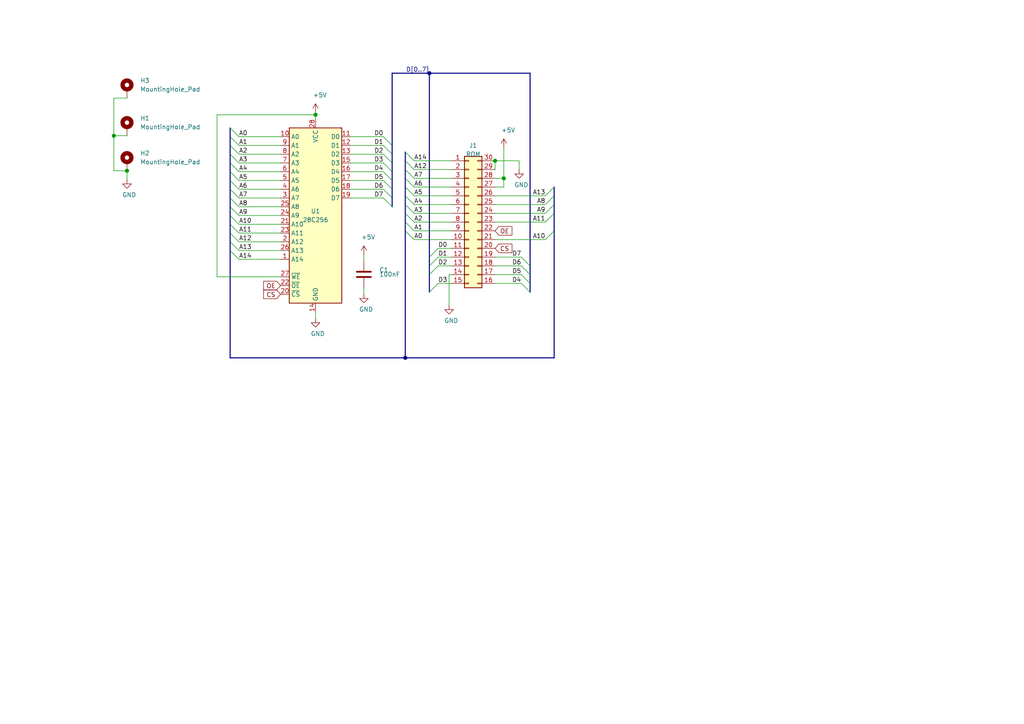
<source format=kicad_sch>
(kicad_sch (version 20201015) (generator eeschema)
  (paper "A4")
  (lib_symbols
    (symbol "Connector_Generic:Conn_02x15_Counter_Clockwise" (pin_names (offset 1.016) hide)
      (property "Reference" "J" (at 1.27 20.32 0))
      (property "Value" "Conn_02x15_Counter_Clockwise" (at 1.27 -20.32 0))
      (symbol "Conn_02x15_Counter_Clockwise_1_1"
        (rectangle (start -1.27 -4.953) (end 0 -5.207) (stroke (width 0.1524)))
        (rectangle (start -1.27 -7.493) (end 0 -7.747) (stroke (width 0.1524)))
        (rectangle (start -1.27 -10.033) (end 0 -10.287) (stroke (width 0.1524)))
        (rectangle (start -1.27 -12.573) (end 0 -12.827) (stroke (width 0.1524)))
        (rectangle (start -1.27 -15.113) (end 0 -15.367) (stroke (width 0.1524)))
        (rectangle (start -1.27 -17.653) (end 0 -17.907) (stroke (width 0.1524)))
        (rectangle (start -1.27 -2.413) (end 0 -2.667) (stroke (width 0.1524)))
        (rectangle (start -1.27 2.667) (end 0 2.413) (stroke (width 0.1524)))
        (rectangle (start -1.27 5.207) (end 0 4.953) (stroke (width 0.1524)))
        (rectangle (start -1.27 7.747) (end 0 7.493) (stroke (width 0.1524)))
        (rectangle (start -1.27 10.287) (end 0 10.033) (stroke (width 0.1524)))
        (rectangle (start -1.27 0.127) (end 0 -0.127) (stroke (width 0.1524)))
        (rectangle (start -1.27 12.827) (end 0 12.573) (stroke (width 0.1524)))
        (rectangle (start -1.27 15.367) (end 0 15.113) (stroke (width 0.1524)))
        (rectangle (start -1.27 17.907) (end 0 17.653) (stroke (width 0.1524)))
        (rectangle (start -1.27 19.05) (end 3.81 -19.05) (stroke (width 0.254)) (fill (type background)))
        (rectangle (start 3.81 -4.953) (end 2.54 -5.207) (stroke (width 0.1524)))
        (rectangle (start 3.81 -7.493) (end 2.54 -7.747) (stroke (width 0.1524)))
        (rectangle (start 3.81 -10.033) (end 2.54 -10.287) (stroke (width 0.1524)))
        (rectangle (start 3.81 -12.573) (end 2.54 -12.827) (stroke (width 0.1524)))
        (rectangle (start 3.81 -15.113) (end 2.54 -15.367) (stroke (width 0.1524)))
        (rectangle (start 3.81 -17.653) (end 2.54 -17.907) (stroke (width 0.1524)))
        (rectangle (start 3.81 -2.413) (end 2.54 -2.667) (stroke (width 0.1524)))
        (rectangle (start 3.81 2.667) (end 2.54 2.413) (stroke (width 0.1524)))
        (rectangle (start 3.81 5.207) (end 2.54 4.953) (stroke (width 0.1524)))
        (rectangle (start 3.81 7.747) (end 2.54 7.493) (stroke (width 0.1524)))
        (rectangle (start 3.81 10.287) (end 2.54 10.033) (stroke (width 0.1524)))
        (rectangle (start 3.81 0.127) (end 2.54 -0.127) (stroke (width 0.1524)))
        (rectangle (start 3.81 12.827) (end 2.54 12.573) (stroke (width 0.1524)))
        (rectangle (start 3.81 15.367) (end 2.54 15.113) (stroke (width 0.1524)))
        (rectangle (start 3.81 17.907) (end 2.54 17.653) (stroke (width 0.1524)))
        (pin passive line (at -5.08 17.78 0) (length 3.81) (name "Pin_1") (number "1"))
        (pin passive line (at -5.08 -5.08 0) (length 3.81) (name "Pin_10") (number "10"))
        (pin passive line (at -5.08 -7.62 0) (length 3.81) (name "Pin_11") (number "11"))
        (pin passive line (at -5.08 -10.16 0) (length 3.81) (name "Pin_12") (number "12"))
        (pin passive line (at -5.08 -12.7 0) (length 3.81) (name "Pin_13") (number "13"))
        (pin passive line (at -5.08 -15.24 0) (length 3.81) (name "Pin_14") (number "14"))
        (pin passive line (at -5.08 -17.78 0) (length 3.81) (name "Pin_15") (number "15"))
        (pin passive line (at 7.62 -17.78 180) (length 3.81) (name "Pin_16") (number "16"))
        (pin passive line (at 7.62 -15.24 180) (length 3.81) (name "Pin_17") (number "17"))
        (pin passive line (at 7.62 -12.7 180) (length 3.81) (name "Pin_18") (number "18"))
        (pin passive line (at 7.62 -10.16 180) (length 3.81) (name "Pin_19") (number "19"))
        (pin passive line (at -5.08 15.24 0) (length 3.81) (name "Pin_2") (number "2"))
        (pin passive line (at 7.62 -7.62 180) (length 3.81) (name "Pin_20") (number "20"))
        (pin passive line (at 7.62 -5.08 180) (length 3.81) (name "Pin_21") (number "21"))
        (pin passive line (at 7.62 -2.54 180) (length 3.81) (name "Pin_22") (number "22"))
        (pin passive line (at 7.62 0 180) (length 3.81) (name "Pin_23") (number "23"))
        (pin passive line (at 7.62 2.54 180) (length 3.81) (name "Pin_24") (number "24"))
        (pin passive line (at 7.62 5.08 180) (length 3.81) (name "Pin_25") (number "25"))
        (pin passive line (at 7.62 7.62 180) (length 3.81) (name "Pin_26") (number "26"))
        (pin passive line (at 7.62 10.16 180) (length 3.81) (name "Pin_27") (number "27"))
        (pin passive line (at 7.62 12.7 180) (length 3.81) (name "Pin_28") (number "28"))
        (pin passive line (at 7.62 15.24 180) (length 3.81) (name "Pin_29") (number "29"))
        (pin passive line (at -5.08 12.7 0) (length 3.81) (name "Pin_3") (number "3"))
        (pin passive line (at 7.62 17.78 180) (length 3.81) (name "Pin_30") (number "30"))
        (pin passive line (at -5.08 10.16 0) (length 3.81) (name "Pin_4") (number "4"))
        (pin passive line (at -5.08 7.62 0) (length 3.81) (name "Pin_5") (number "5"))
        (pin passive line (at -5.08 5.08 0) (length 3.81) (name "Pin_6") (number "6"))
        (pin passive line (at -5.08 2.54 0) (length 3.81) (name "Pin_7") (number "7"))
        (pin passive line (at -5.08 0 0) (length 3.81) (name "Pin_8") (number "8"))
        (pin passive line (at -5.08 -2.54 0) (length 3.81) (name "Pin_9") (number "9"))
      )
    )
    (symbol "Device:C" (pin_numbers hide) (pin_names (offset 0.254))
      (property "Reference" "C" (at 0.635 2.54 0))
      (property "Value" "C" (at 0.635 -2.54 0))
      (symbol "C_0_1"
        (polyline (pts (xy -2.032 -0.762) (xy 2.032 -0.762)) (stroke (width 0.508)))
        (polyline (pts (xy -2.032 0.762) (xy 2.032 0.762)) (stroke (width 0.508)))
      )
      (symbol "C_1_1"
        (pin passive line (at 0 3.81 270) (length 2.794) (name "~") (number "1"))
        (pin passive line (at 0 -3.81 90) (length 2.794) (name "~") (number "2"))
      )
    )
    (symbol "Mechanical:MountingHole_Pad" (pin_numbers hide) (pin_names (offset 1.016) hide)
      (property "Reference" "H" (at 0 6.35 0))
      (property "Value" "MountingHole_Pad" (at 0 4.445 0))
      (symbol "MountingHole_Pad_0_1"
        (circle (center 0 1.27) (radius 1.27) (stroke (width 1.27)))
      )
      (symbol "MountingHole_Pad_1_1"
        (pin input line (at 0 -2.54 90) (length 2.54) (name "1") (number "1"))
      )
    )
    (symbol "Memory_EEPROM:28C256"
      (property "Reference" "U" (at -7.62 26.67 0))
      (property "Value" "28C256" (at 2.54 -26.67 0))
      (symbol "28C256_1_1"
        (rectangle (start -7.62 25.4) (end 7.62 -25.4) (stroke (width 0.254)) (fill (type background)))
        (pin input line (at -10.16 -12.7 0) (length 2.54) (name "A14") (number "1"))
        (pin input line (at -10.16 22.86 0) (length 2.54) (name "A0") (number "10"))
        (pin tri_state line (at 10.16 22.86 180) (length 2.54) (name "D0") (number "11"))
        (pin tri_state line (at 10.16 20.32 180) (length 2.54) (name "D1") (number "12"))
        (pin tri_state line (at 10.16 17.78 180) (length 2.54) (name "D2") (number "13"))
        (pin power_in line (at 0 -27.94 90) (length 2.54) (name "GND") (number "14"))
        (pin tri_state line (at 10.16 15.24 180) (length 2.54) (name "D3") (number "15"))
        (pin tri_state line (at 10.16 12.7 180) (length 2.54) (name "D4") (number "16"))
        (pin tri_state line (at 10.16 10.16 180) (length 2.54) (name "D5") (number "17"))
        (pin tri_state line (at 10.16 7.62 180) (length 2.54) (name "D6") (number "18"))
        (pin tri_state line (at 10.16 5.08 180) (length 2.54) (name "D7") (number "19"))
        (pin input line (at -10.16 -7.62 0) (length 2.54) (name "A12") (number "2"))
        (pin input line (at -10.16 -22.86 0) (length 2.54) (name "~CS") (number "20"))
        (pin input line (at -10.16 -2.54 0) (length 2.54) (name "A10") (number "21"))
        (pin input line (at -10.16 -20.32 0) (length 2.54) (name "~OE") (number "22"))
        (pin input line (at -10.16 -5.08 0) (length 2.54) (name "A11") (number "23"))
        (pin input line (at -10.16 0 0) (length 2.54) (name "A9") (number "24"))
        (pin input line (at -10.16 2.54 0) (length 2.54) (name "A8") (number "25"))
        (pin input line (at -10.16 -10.16 0) (length 2.54) (name "A13") (number "26"))
        (pin input line (at -10.16 -17.78 0) (length 2.54) (name "~WE") (number "27"))
        (pin power_in line (at 0 27.94 270) (length 2.54) (name "VCC") (number "28"))
        (pin input line (at -10.16 5.08 0) (length 2.54) (name "A7") (number "3"))
        (pin input line (at -10.16 7.62 0) (length 2.54) (name "A6") (number "4"))
        (pin input line (at -10.16 10.16 0) (length 2.54) (name "A5") (number "5"))
        (pin input line (at -10.16 12.7 0) (length 2.54) (name "A4") (number "6"))
        (pin input line (at -10.16 15.24 0) (length 2.54) (name "A3") (number "7"))
        (pin input line (at -10.16 17.78 0) (length 2.54) (name "A2") (number "8"))
        (pin input line (at -10.16 20.32 0) (length 2.54) (name "A1") (number "9"))
      )
    )
    (symbol "power:+5V" (power) (pin_names (offset 0))
      (property "Value" "+5V" (at 0 3.556 0))
      (symbol "+5V_0_1"
        (polyline (pts (xy -0.762 1.27) (xy 0 2.54)))
        (polyline (pts (xy 0 0) (xy 0 2.54)))
        (polyline (pts (xy 0 2.54) (xy 0.762 1.27)))
      )
      (symbol "+5V_1_1"
        (pin power_in line (at 0 0 90) (length 0) hide (name "+5V") (number "1"))
      )
    )
    (symbol "power:GND" (power) (pin_names (offset 0))
      (property "Value" "GND" (at 0 -3.81 0))
      (symbol "GND_0_1"
        (polyline (pts (xy 0 0) (xy 0 -1.27) (xy 1.27 -1.27) (xy 0 -2.54) (xy -1.27 -1.27) (xy 0 -1.27)))
      )
      (symbol "GND_1_1"
        (pin power_in line (at 0 0 270) (length 0) hide (name "GND") (number "1"))
      )
    )
  )
  (junction (at 33.02 39.37) (diameter 1.016))
  (junction (at 36.83 49.53) (diameter 1.016))
  (junction (at 91.5162 33.2994) (diameter 1.016))
  (junction (at 143.5862 46.6344) (diameter 1.016))
  (junction (at 146.1262 51.7144) (diameter 1.016))
  (junction (at 117.5512 103.7844) (diameter 1.016))
  (junction (at 124.5362 21.2344) (diameter 1.016))
  (bus_entry (at 66.7512 37.1094) (size 2.54 2.54) (stroke (width 0.1524)))
  (bus_entry (at 66.7512 39.6494) (size 2.54 2.54) (stroke (width 0.1524)))
  (bus_entry (at 66.7512 42.1894) (size 2.54 2.54) (stroke (width 0.1524)))
  (bus_entry (at 66.7512 44.7294) (size 2.54 2.54) (stroke (width 0.1524)))
  (bus_entry (at 66.7512 47.2694) (size 2.54 2.54) (stroke (width 0.1524)))
  (bus_entry (at 66.7512 49.8094) (size 2.54 2.54) (stroke (width 0.1524)))
  (bus_entry (at 66.7512 52.3494) (size 2.54 2.54) (stroke (width 0.1524)))
  (bus_entry (at 66.7512 54.8894) (size 2.54 2.54) (stroke (width 0.1524)))
  (bus_entry (at 66.7512 57.4294) (size 2.54 2.54) (stroke (width 0.1524)))
  (bus_entry (at 66.7512 59.9694) (size 2.54 2.54) (stroke (width 0.1524)))
  (bus_entry (at 66.7512 62.5094) (size 2.54 2.54) (stroke (width 0.1524)))
  (bus_entry (at 66.7512 65.0494) (size 2.54 2.54) (stroke (width 0.1524)))
  (bus_entry (at 66.7512 67.5894) (size 2.54 2.54) (stroke (width 0.1524)))
  (bus_entry (at 66.7512 70.1294) (size 2.54 2.54) (stroke (width 0.1524)))
  (bus_entry (at 66.7512 72.6694) (size 2.54 2.54) (stroke (width 0.1524)))
  (bus_entry (at 111.2012 39.6494) (size 2.54 2.54) (stroke (width 0.1524)))
  (bus_entry (at 111.2012 42.1894) (size 2.54 2.54) (stroke (width 0.1524)))
  (bus_entry (at 111.2012 44.7294) (size 2.54 2.54) (stroke (width 0.1524)))
  (bus_entry (at 111.2012 47.2694) (size 2.54 2.54) (stroke (width 0.1524)))
  (bus_entry (at 111.2012 49.8094) (size 2.54 2.54) (stroke (width 0.1524)))
  (bus_entry (at 111.2012 52.3494) (size 2.54 2.54) (stroke (width 0.1524)))
  (bus_entry (at 111.2012 54.8894) (size 2.54 2.54) (stroke (width 0.1524)))
  (bus_entry (at 111.2012 57.4294) (size 2.54 2.54) (stroke (width 0.1524)))
  (bus_entry (at 117.5512 44.0944) (size 2.54 2.54) (stroke (width 0.1524)))
  (bus_entry (at 117.5512 46.6344) (size 2.54 2.54) (stroke (width 0.1524)))
  (bus_entry (at 117.5512 49.1744) (size 2.54 2.54) (stroke (width 0.1524)))
  (bus_entry (at 117.5512 51.7144) (size 2.54 2.54) (stroke (width 0.1524)))
  (bus_entry (at 117.5512 54.2544) (size 2.54 2.54) (stroke (width 0.1524)))
  (bus_entry (at 117.5512 56.7944) (size 2.54 2.54) (stroke (width 0.1524)))
  (bus_entry (at 117.5512 59.3344) (size 2.54 2.54) (stroke (width 0.1524)))
  (bus_entry (at 117.5512 61.8744) (size 2.54 2.54) (stroke (width 0.1524)))
  (bus_entry (at 117.5512 64.4144) (size 2.54 2.54) (stroke (width 0.1524)))
  (bus_entry (at 117.5512 66.9544) (size 2.54 2.54) (stroke (width 0.1524)))
  (bus_entry (at 124.5362 74.5744) (size 2.54 -2.54) (stroke (width 0.1524)))
  (bus_entry (at 124.5362 77.1144) (size 2.54 -2.54) (stroke (width 0.1524)))
  (bus_entry (at 124.5362 79.6544) (size 2.54 -2.54) (stroke (width 0.1524)))
  (bus_entry (at 124.5362 84.7344) (size 2.54 -2.54) (stroke (width 0.1524)))
  (bus_entry (at 151.2062 74.5744) (size 2.54 2.54) (stroke (width 0.1524)))
  (bus_entry (at 151.2062 77.1144) (size 2.54 2.54) (stroke (width 0.1524)))
  (bus_entry (at 151.2062 79.6544) (size 2.54 2.54) (stroke (width 0.1524)))
  (bus_entry (at 151.2062 82.1944) (size 2.54 2.54) (stroke (width 0.1524)))
  (bus_entry (at 158.1912 56.7944) (size 2.54 -2.54) (stroke (width 0.1524)))
  (bus_entry (at 158.1912 59.3344) (size 2.54 -2.54) (stroke (width 0.1524)))
  (bus_entry (at 158.1912 61.8744) (size 2.54 -2.54) (stroke (width 0.1524)))
  (bus_entry (at 158.1912 64.4144) (size 2.54 -2.54) (stroke (width 0.1524)))
  (bus_entry (at 158.1912 69.4944) (size 2.54 -2.54) (stroke (width 0.1524)))
  (wire (pts (xy 33.02 28.448) (xy 33.02 39.37)))
  (wire (pts (xy 33.02 39.37) (xy 33.02 49.53)))
  (wire (pts (xy 33.02 49.53) (xy 36.83 49.53)))
  (wire (pts (xy 36.83 28.448) (xy 33.02 28.448)))
  (wire (pts (xy 36.83 39.37) (xy 33.02 39.37)))
  (wire (pts (xy 36.83 49.53) (xy 36.83 52.07)))
  (wire (pts (xy 62.9412 33.2994) (xy 91.5162 33.2994)))
  (wire (pts (xy 62.9412 80.2894) (xy 62.9412 33.2994)))
  (wire (pts (xy 69.2912 39.6494) (xy 81.3562 39.6494)))
  (wire (pts (xy 69.2912 42.1894) (xy 81.3562 42.1894)))
  (wire (pts (xy 69.2912 44.7294) (xy 81.3562 44.7294)))
  (wire (pts (xy 69.2912 47.2694) (xy 81.3562 47.2694)))
  (wire (pts (xy 69.2912 49.8094) (xy 81.3562 49.8094)))
  (wire (pts (xy 69.2912 52.3494) (xy 81.3562 52.3494)))
  (wire (pts (xy 69.2912 54.8894) (xy 81.3562 54.8894)))
  (wire (pts (xy 69.2912 57.4294) (xy 81.3562 57.4294)))
  (wire (pts (xy 69.2912 59.9694) (xy 81.3562 59.9694)))
  (wire (pts (xy 69.2912 62.5094) (xy 81.3562 62.5094)))
  (wire (pts (xy 69.2912 65.0494) (xy 81.3562 65.0494)))
  (wire (pts (xy 69.2912 67.5894) (xy 81.3562 67.5894)))
  (wire (pts (xy 69.2912 70.1294) (xy 81.3562 70.1294)))
  (wire (pts (xy 69.2912 72.6694) (xy 81.3562 72.6694)))
  (wire (pts (xy 69.2912 75.2094) (xy 81.3562 75.2094)))
  (wire (pts (xy 81.3562 80.2894) (xy 62.9412 80.2894)))
  (wire (pts (xy 91.5162 32.6644) (xy 91.5162 33.2994)))
  (wire (pts (xy 91.5162 33.2994) (xy 91.5162 34.5694)))
  (wire (pts (xy 91.5162 90.4494) (xy 91.5162 92.3544)))
  (wire (pts (xy 101.6762 39.6494) (xy 111.2012 39.6494)))
  (wire (pts (xy 101.6762 42.1894) (xy 111.2012 42.1894)))
  (wire (pts (xy 101.6762 44.7294) (xy 111.2012 44.7294)))
  (wire (pts (xy 101.6762 47.2694) (xy 111.2012 47.2694)))
  (wire (pts (xy 101.6762 49.8094) (xy 111.2012 49.8094)))
  (wire (pts (xy 101.6762 52.3494) (xy 111.2012 52.3494)))
  (wire (pts (xy 101.6762 54.8894) (xy 111.2012 54.8894)))
  (wire (pts (xy 101.6762 57.4294) (xy 111.2012 57.4294)))
  (wire (pts (xy 105.537 73.8632) (xy 105.537 75.7682)))
  (wire (pts (xy 105.537 83.3882) (xy 105.537 85.2932)))
  (wire (pts (xy 120.0912 46.6344) (xy 130.8862 46.6344)))
  (wire (pts (xy 120.0912 49.1744) (xy 130.8862 49.1744)))
  (wire (pts (xy 120.0912 51.7144) (xy 130.8862 51.7144)))
  (wire (pts (xy 120.0912 54.2544) (xy 130.8862 54.2544)))
  (wire (pts (xy 120.0912 56.7944) (xy 130.8862 56.7944)))
  (wire (pts (xy 120.0912 59.3344) (xy 130.8862 59.3344)))
  (wire (pts (xy 120.0912 61.8744) (xy 130.8862 61.8744)))
  (wire (pts (xy 120.0912 64.4144) (xy 130.8862 64.4144)))
  (wire (pts (xy 120.0912 66.9544) (xy 130.8862 66.9544)))
  (wire (pts (xy 120.0912 69.4944) (xy 130.8862 69.4944)))
  (wire (pts (xy 127.0762 72.0344) (xy 130.8862 72.0344)))
  (wire (pts (xy 127.0762 74.5744) (xy 130.8862 74.5744)))
  (wire (pts (xy 127.0762 77.1144) (xy 130.8862 77.1144)))
  (wire (pts (xy 127.0762 82.1944) (xy 130.8862 82.1944)))
  (wire (pts (xy 130.2512 79.6544) (xy 130.2512 88.5444)))
  (wire (pts (xy 130.8862 79.6544) (xy 130.2512 79.6544)))
  (wire (pts (xy 143.5862 46.6344) (xy 143.5862 49.1744)))
  (wire (pts (xy 143.5862 46.6344) (xy 150.5712 46.6344)))
  (wire (pts (xy 143.5862 54.2544) (xy 146.1262 54.2544)))
  (wire (pts (xy 143.5862 56.7944) (xy 158.1912 56.7944)))
  (wire (pts (xy 143.5862 59.3344) (xy 158.1912 59.3344)))
  (wire (pts (xy 143.5862 61.8744) (xy 158.1912 61.8744)))
  (wire (pts (xy 143.5862 64.4144) (xy 158.1912 64.4144)))
  (wire (pts (xy 143.5862 69.4944) (xy 158.1912 69.4944)))
  (wire (pts (xy 143.5862 74.5744) (xy 151.2062 74.5744)))
  (wire (pts (xy 143.5862 77.1144) (xy 151.2062 77.1144)))
  (wire (pts (xy 143.5862 79.6544) (xy 151.2062 79.6544)))
  (wire (pts (xy 143.5862 82.1944) (xy 151.2062 82.1944)))
  (wire (pts (xy 146.1262 42.8244) (xy 146.1262 51.7144)))
  (wire (pts (xy 146.1262 51.7144) (xy 143.5862 51.7144)))
  (wire (pts (xy 146.1262 54.2544) (xy 146.1262 51.7144)))
  (wire (pts (xy 150.5712 46.6344) (xy 150.5712 49.1744)))
  (bus (pts (xy 66.7512 37.1094) (xy 66.7512 39.6494)))
  (bus (pts (xy 66.7512 39.6494) (xy 66.7512 42.1894)))
  (bus (pts (xy 66.7512 42.1894) (xy 66.7512 44.7294)))
  (bus (pts (xy 66.7512 44.7294) (xy 66.7512 47.2694)))
  (bus (pts (xy 66.7512 47.2694) (xy 66.7512 49.8094)))
  (bus (pts (xy 66.7512 49.8094) (xy 66.7512 52.3494)))
  (bus (pts (xy 66.7512 52.3494) (xy 66.7512 54.8894)))
  (bus (pts (xy 66.7512 54.8894) (xy 66.7512 57.4294)))
  (bus (pts (xy 66.7512 57.4294) (xy 66.7512 59.9694)))
  (bus (pts (xy 66.7512 59.9694) (xy 66.7512 62.5094)))
  (bus (pts (xy 66.7512 62.5094) (xy 66.7512 65.0494)))
  (bus (pts (xy 66.7512 65.0494) (xy 66.7512 67.5894)))
  (bus (pts (xy 66.7512 67.5894) (xy 66.7512 70.1294)))
  (bus (pts (xy 66.7512 70.1294) (xy 66.7512 72.6694)))
  (bus (pts (xy 66.7512 72.6694) (xy 66.7512 103.7844)))
  (bus (pts (xy 66.7512 103.7844) (xy 117.5512 103.7844)))
  (bus (pts (xy 113.7412 21.2344) (xy 124.5362 21.2344)))
  (bus (pts (xy 113.7412 42.1894) (xy 113.7412 21.2344)))
  (bus (pts (xy 113.7412 44.7294) (xy 113.7412 42.1894)))
  (bus (pts (xy 113.7412 47.2694) (xy 113.7412 44.7294)))
  (bus (pts (xy 113.7412 49.8094) (xy 113.7412 47.2694)))
  (bus (pts (xy 113.7412 52.3494) (xy 113.7412 49.8094)))
  (bus (pts (xy 113.7412 54.8894) (xy 113.7412 52.3494)))
  (bus (pts (xy 113.7412 57.4294) (xy 113.7412 54.8894)))
  (bus (pts (xy 113.7412 59.9694) (xy 113.7412 57.4294)))
  (bus (pts (xy 117.5512 44.0944) (xy 117.5512 46.6344)))
  (bus (pts (xy 117.5512 46.6344) (xy 117.5512 49.1744)))
  (bus (pts (xy 117.5512 49.1744) (xy 117.5512 51.7144)))
  (bus (pts (xy 117.5512 51.7144) (xy 117.5512 54.2544)))
  (bus (pts (xy 117.5512 54.2544) (xy 117.5512 56.7944)))
  (bus (pts (xy 117.5512 56.7944) (xy 117.5512 59.3344)))
  (bus (pts (xy 117.5512 59.3344) (xy 117.5512 61.8744)))
  (bus (pts (xy 117.5512 61.8744) (xy 117.5512 64.4144)))
  (bus (pts (xy 117.5512 64.4144) (xy 117.5512 66.9544)))
  (bus (pts (xy 117.5512 66.9544) (xy 117.5512 103.7844)))
  (bus (pts (xy 117.5512 103.7844) (xy 160.7312 103.7844)))
  (bus (pts (xy 124.5362 21.2344) (xy 124.5362 74.5744)))
  (bus (pts (xy 124.5362 21.2344) (xy 153.7462 21.2344)))
  (bus (pts (xy 124.5362 74.5744) (xy 124.5362 77.1144)))
  (bus (pts (xy 124.5362 77.1144) (xy 124.5362 79.6544)))
  (bus (pts (xy 124.5362 79.6544) (xy 124.5362 84.7344)))
  (bus (pts (xy 153.7462 21.2344) (xy 153.7462 77.1144)))
  (bus (pts (xy 153.7462 77.1144) (xy 153.7462 79.6544)))
  (bus (pts (xy 153.7462 79.6544) (xy 153.7462 82.1944)))
  (bus (pts (xy 153.7462 82.1944) (xy 153.7462 84.7344)))
  (bus (pts (xy 160.7312 54.2544) (xy 160.7312 56.7944)))
  (bus (pts (xy 160.7312 56.7944) (xy 160.7312 59.3344)))
  (bus (pts (xy 160.7312 59.3344) (xy 160.7312 61.8744)))
  (bus (pts (xy 160.7312 61.8744) (xy 160.7312 66.9544)))
  (bus (pts (xy 160.7312 66.9544) (xy 160.7312 103.7844)))
  (label "A0" (at 69.2912 39.6494 0))
  (label "A1" (at 69.2912 42.1894 0))
  (label "A2" (at 69.2912 44.7294 0))
  (label "A3" (at 69.2912 47.2694 0))
  (label "A4" (at 69.2912 49.8094 0))
  (label "A5" (at 69.2912 52.3494 0))
  (label "A6" (at 69.2912 54.8894 0))
  (label "A7" (at 69.2912 57.4294 0))
  (label "A8" (at 69.2912 59.9694 0))
  (label "A9" (at 69.2912 62.5094 0))
  (label "A10" (at 69.2912 65.0494 0))
  (label "A11" (at 69.2912 67.5894 0))
  (label "A12" (at 69.2912 70.1294 0))
  (label "A13" (at 69.2912 72.6694 0))
  (label "A14" (at 69.2912 75.2094 0))
  (label "D0" (at 111.2012 39.6494 180))
  (label "D1" (at 111.2012 42.1894 180))
  (label "D2" (at 111.2012 44.7294 180))
  (label "D3" (at 111.2012 47.2694 180))
  (label "D4" (at 111.2012 49.8094 180))
  (label "D5" (at 111.2012 52.3494 180))
  (label "D6" (at 111.2012 54.8894 180))
  (label "D7" (at 111.2012 57.4294 180))
  (label "A14" (at 120.0912 46.6344 0))
  (label "A12" (at 120.0912 49.1744 0))
  (label "A7" (at 120.0912 51.7144 0))
  (label "A6" (at 120.0912 54.2544 0))
  (label "A5" (at 120.0912 56.7944 0))
  (label "A4" (at 120.0912 59.3344 0))
  (label "A3" (at 120.0912 61.8744 0))
  (label "A2" (at 120.0912 64.4144 0))
  (label "A1" (at 120.0912 66.9544 0))
  (label "A0" (at 120.0912 69.4944 0))
  (label "D[0..7]" (at 124.5362 21.2344 180))
  (label "D0" (at 127.0762 72.0344 0))
  (label "D1" (at 127.0762 74.5744 0))
  (label "D2" (at 127.0762 77.1144 0))
  (label "D3" (at 127.0762 82.1944 0))
  (label "D7" (at 151.2062 74.5744 180))
  (label "D6" (at 151.2062 77.1144 180))
  (label "D5" (at 151.2062 79.6544 180))
  (label "D4" (at 151.2062 82.1944 180))
  (label "A13" (at 158.1912 56.7944 180))
  (label "A8" (at 158.1912 59.3344 180))
  (label "A9" (at 158.1912 61.8744 180))
  (label "A11" (at 158.1912 64.4144 180))
  (label "A10" (at 158.1912 69.4944 180))
  (global_label "OE" (shape input) (at 81.3562 82.8294 180) (property "Intersheet References" "${INTERSHEET_REFS}" (effects hide)))
  (global_label "CS" (shape input) (at 81.3562 85.3694 180) (property "Intersheet References" "${INTERSHEET_REFS}" (effects hide)))
  (global_label "OE" (shape input) (at 143.5862 66.9544 0) (property "Intersheet References" "${INTERSHEET_REFS}" (effects hide)))
  (global_label "CS" (shape input) (at 143.5862 72.0344 0) (property "Intersheet References" "${INTERSHEET_REFS}" (effects hide)))
  (symbol (lib_id "power:+5V") (at 91.5162 32.6644 0) (unit 1)
    (property "Reference" "#PWR0101" (effects hide))
    (property "Value" "+5V" (at 92.7862 27.5844 0))
  )
  (symbol (lib_id "power:+5V") (at 105.537 73.8632 0) (unit 1)
    (property "Reference" "#PWR0105" (effects hide))
    (property "Value" "+5V" (at 106.807 68.7832 0))
  )
  (symbol (lib_id "power:+5V") (at 146.1262 42.8244 0) (unit 1)
    (property "Reference" "#PWR0104" (effects hide))
    (property "Value" "+5V" (at 147.3962 37.7444 0))
  )
  (symbol (lib_id "power:GND") (at 36.83 52.07 0) (unit 1)
    (property "Reference" "#PWR01" (effects hide))
    (property "Value" "GND" (at 37.465 56.515 0))
  )
  (symbol (lib_id "power:GND") (at 91.5162 92.3544 0) (unit 1)
    (property "Reference" "#PWR0102" (effects hide))
    (property "Value" "GND" (at 92.1512 96.7994 0))
  )
  (symbol (lib_id "power:GND") (at 105.537 85.2932 0) (unit 1)
    (property "Reference" "#PWR0106" (effects hide))
    (property "Value" "GND" (at 106.172 89.7382 0))
  )
  (symbol (lib_id "power:GND") (at 130.2512 88.5444 0) (unit 1)
    (property "Reference" "#PWR0103" (effects hide))
    (property "Value" "GND" (at 130.8862 92.9894 0))
  )
  (symbol (lib_id "power:GND") (at 150.5712 49.1744 0) (unit 1)
    (property "Reference" "#PWR0107" (effects hide))
    (property "Value" "GND" (at 151.2062 53.6194 0))
  )
  (symbol (lib_id "Mechanical:MountingHole_Pad") (at 36.83 25.908 0) (unit 1)
    (property "Reference" "H3" (at 40.64 23.368 0) (effects (justify left)))
    (property "Value" "MountingHole_Pad" (at 40.64 25.908 0) (effects (justify left)))
    (property "Footprint" "MountingHole:MountingHole_3.2mm_M3" (effects hide))
  )
  (symbol (lib_id "Mechanical:MountingHole_Pad") (at 36.83 36.83 0) (unit 1)
    (property "Reference" "H1" (at 40.64 34.29 0) (effects (justify left)))
    (property "Value" "MountingHole_Pad" (at 40.64 36.83 0) (effects (justify left)))
    (property "Footprint" "MountingHole:MountingHole_3.2mm_M3" (effects hide))
  )
  (symbol (lib_id "Mechanical:MountingHole_Pad") (at 36.83 46.99 0) (unit 1)
    (property "Reference" "H2" (at 40.64 44.45 0) (effects (justify left)))
    (property "Value" "MountingHole_Pad" (at 40.64 46.99 0) (effects (justify left)))
    (property "Footprint" "MountingHole:MountingHole_3.2mm_M3" (effects hide))
  )
  (symbol (lib_id "Device:C") (at 105.537 79.5782 0) (unit 1)
    (property "Reference" "C1" (at 109.982 78.3082 0) (effects (justify left)))
    (property "Value" "100nF" (at 109.982 79.5782 0) (effects (justify left)))
    (property "Footprint" "Capacitor_THT:C_Disc_D5.0mm_W2.5mm_P2.50mm" (effects hide))
  )
  (symbol (lib_id "Connector_Generic:Conn_02x15_Counter_Clockwise") (at 135.9662 64.4144 0) (unit 1)
    (property "Reference" "J1" (at 137.2362 42.1894 0))
    (property "Value" "ROM" (at 137.2362 44.7294 0))
    (property "Footprint" "Connector_PinHeader_2.54mm:PinHeader_2x15_P2.54mm_Vertical" (effects hide))
  )
  (symbol (lib_id "Memory_EEPROM:28C256") (at 91.5162 62.5094 0) (unit 1)
    (property "Reference" "U1" (at 91.5162 61.2394 0))
    (property "Value" "28C256" (at 91.5162 63.7794 0))
    (property "Footprint" "Connector_TheRLab:NES_Cartdrige" (effects hide))
    (property "Datasheet" "http://ww1.microchip.com/downloads/en/DeviceDoc/doc0006.pdf" (effects hide))
  )
)
</source>
